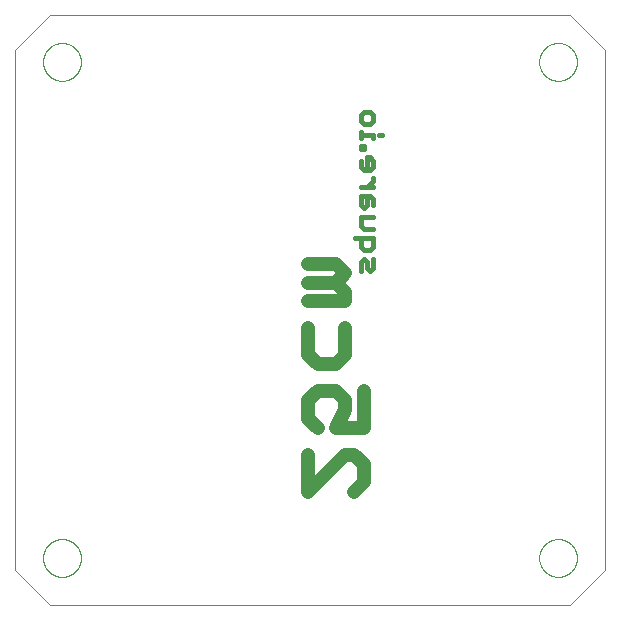
<source format=gbo>
G75*
%MOIN*%
%OFA0B0*%
%FSLAX25Y25*%
%IPPOS*%
%LPD*%
%AMOC8*
5,1,8,0,0,1.08239X$1,22.5*
%
%ADD10C,0.04600*%
%ADD11C,0.01500*%
%ADD12C,0.00000*%
D10*
X0161726Y0093769D02*
X0174003Y0106046D01*
X0177072Y0106046D01*
X0180142Y0102977D01*
X0180142Y0096838D01*
X0177072Y0093769D01*
X0161726Y0093769D02*
X0161726Y0106046D01*
X0164795Y0114947D02*
X0161726Y0118016D01*
X0161726Y0124155D01*
X0164795Y0127224D01*
X0170934Y0127224D01*
X0174003Y0124155D01*
X0174003Y0121086D01*
X0170934Y0114947D01*
X0180142Y0114947D01*
X0180142Y0127224D01*
X0170934Y0136125D02*
X0164795Y0136125D01*
X0161726Y0139194D01*
X0161726Y0148402D01*
X0161726Y0157303D02*
X0174003Y0157303D01*
X0174003Y0160373D01*
X0170934Y0163442D01*
X0174003Y0166511D01*
X0170934Y0169580D01*
X0161726Y0169580D01*
X0161726Y0163442D02*
X0170934Y0163442D01*
X0174003Y0148402D02*
X0174003Y0139194D01*
X0170934Y0136125D01*
D11*
X0179224Y0167233D02*
X0179224Y0170285D01*
X0180242Y0171303D01*
X0181259Y0170285D01*
X0181259Y0168250D01*
X0182277Y0167233D01*
X0183294Y0168250D01*
X0183294Y0171303D01*
X0182277Y0174231D02*
X0180242Y0174231D01*
X0179224Y0175248D01*
X0179224Y0178301D01*
X0177189Y0178301D02*
X0183294Y0178301D01*
X0183294Y0175248D01*
X0182277Y0174231D01*
X0183294Y0181229D02*
X0180242Y0181229D01*
X0179224Y0182246D01*
X0179224Y0185299D01*
X0183294Y0185299D01*
X0183294Y0189244D02*
X0183294Y0191279D01*
X0182277Y0192297D01*
X0179224Y0192297D01*
X0179224Y0189244D01*
X0180242Y0188227D01*
X0181259Y0189244D01*
X0181259Y0192297D01*
X0181259Y0195225D02*
X0183294Y0197260D01*
X0183294Y0198277D01*
X0182277Y0201056D02*
X0183294Y0202074D01*
X0183294Y0204109D01*
X0182277Y0205127D01*
X0181259Y0205127D01*
X0181259Y0201056D01*
X0180242Y0201056D02*
X0182277Y0201056D01*
X0180242Y0201056D02*
X0179224Y0202074D01*
X0179224Y0204109D01*
X0179224Y0208054D02*
X0179224Y0209072D01*
X0180242Y0209072D01*
X0180242Y0208054D01*
X0179224Y0208054D01*
X0179224Y0211553D02*
X0179224Y0213588D01*
X0179224Y0212571D02*
X0183294Y0212571D01*
X0183294Y0211553D01*
X0185329Y0212571D02*
X0186347Y0212571D01*
X0182277Y0216219D02*
X0183294Y0217236D01*
X0183294Y0219271D01*
X0182277Y0220289D01*
X0180242Y0220289D01*
X0179224Y0219271D01*
X0179224Y0217236D01*
X0180242Y0216219D01*
X0182277Y0216219D01*
X0183294Y0195225D02*
X0179224Y0195225D01*
D12*
X0063875Y0067686D02*
X0075686Y0055875D01*
X0248914Y0055875D01*
X0260725Y0067686D01*
X0260725Y0240914D01*
X0248914Y0252725D01*
X0075686Y0252725D01*
X0063875Y0240914D01*
X0063875Y0067686D01*
X0073324Y0071623D02*
X0073326Y0071781D01*
X0073332Y0071939D01*
X0073342Y0072097D01*
X0073356Y0072255D01*
X0073374Y0072412D01*
X0073395Y0072569D01*
X0073421Y0072725D01*
X0073451Y0072881D01*
X0073484Y0073036D01*
X0073522Y0073189D01*
X0073563Y0073342D01*
X0073608Y0073494D01*
X0073657Y0073645D01*
X0073710Y0073794D01*
X0073766Y0073942D01*
X0073826Y0074088D01*
X0073890Y0074233D01*
X0073958Y0074376D01*
X0074029Y0074518D01*
X0074103Y0074658D01*
X0074181Y0074795D01*
X0074263Y0074931D01*
X0074347Y0075065D01*
X0074436Y0075196D01*
X0074527Y0075325D01*
X0074622Y0075452D01*
X0074719Y0075577D01*
X0074820Y0075699D01*
X0074924Y0075818D01*
X0075031Y0075935D01*
X0075141Y0076049D01*
X0075254Y0076160D01*
X0075369Y0076269D01*
X0075487Y0076374D01*
X0075608Y0076476D01*
X0075731Y0076576D01*
X0075857Y0076672D01*
X0075985Y0076765D01*
X0076115Y0076855D01*
X0076248Y0076941D01*
X0076383Y0077025D01*
X0076519Y0077104D01*
X0076658Y0077181D01*
X0076799Y0077253D01*
X0076941Y0077323D01*
X0077085Y0077388D01*
X0077231Y0077450D01*
X0077378Y0077508D01*
X0077527Y0077563D01*
X0077677Y0077614D01*
X0077828Y0077661D01*
X0077980Y0077704D01*
X0078133Y0077743D01*
X0078288Y0077779D01*
X0078443Y0077810D01*
X0078599Y0077838D01*
X0078755Y0077862D01*
X0078912Y0077882D01*
X0079070Y0077898D01*
X0079227Y0077910D01*
X0079386Y0077918D01*
X0079544Y0077922D01*
X0079702Y0077922D01*
X0079860Y0077918D01*
X0080019Y0077910D01*
X0080176Y0077898D01*
X0080334Y0077882D01*
X0080491Y0077862D01*
X0080647Y0077838D01*
X0080803Y0077810D01*
X0080958Y0077779D01*
X0081113Y0077743D01*
X0081266Y0077704D01*
X0081418Y0077661D01*
X0081569Y0077614D01*
X0081719Y0077563D01*
X0081868Y0077508D01*
X0082015Y0077450D01*
X0082161Y0077388D01*
X0082305Y0077323D01*
X0082447Y0077253D01*
X0082588Y0077181D01*
X0082727Y0077104D01*
X0082863Y0077025D01*
X0082998Y0076941D01*
X0083131Y0076855D01*
X0083261Y0076765D01*
X0083389Y0076672D01*
X0083515Y0076576D01*
X0083638Y0076476D01*
X0083759Y0076374D01*
X0083877Y0076269D01*
X0083992Y0076160D01*
X0084105Y0076049D01*
X0084215Y0075935D01*
X0084322Y0075818D01*
X0084426Y0075699D01*
X0084527Y0075577D01*
X0084624Y0075452D01*
X0084719Y0075325D01*
X0084810Y0075196D01*
X0084899Y0075065D01*
X0084983Y0074931D01*
X0085065Y0074795D01*
X0085143Y0074658D01*
X0085217Y0074518D01*
X0085288Y0074376D01*
X0085356Y0074233D01*
X0085420Y0074088D01*
X0085480Y0073942D01*
X0085536Y0073794D01*
X0085589Y0073645D01*
X0085638Y0073494D01*
X0085683Y0073342D01*
X0085724Y0073189D01*
X0085762Y0073036D01*
X0085795Y0072881D01*
X0085825Y0072725D01*
X0085851Y0072569D01*
X0085872Y0072412D01*
X0085890Y0072255D01*
X0085904Y0072097D01*
X0085914Y0071939D01*
X0085920Y0071781D01*
X0085922Y0071623D01*
X0085920Y0071465D01*
X0085914Y0071307D01*
X0085904Y0071149D01*
X0085890Y0070991D01*
X0085872Y0070834D01*
X0085851Y0070677D01*
X0085825Y0070521D01*
X0085795Y0070365D01*
X0085762Y0070210D01*
X0085724Y0070057D01*
X0085683Y0069904D01*
X0085638Y0069752D01*
X0085589Y0069601D01*
X0085536Y0069452D01*
X0085480Y0069304D01*
X0085420Y0069158D01*
X0085356Y0069013D01*
X0085288Y0068870D01*
X0085217Y0068728D01*
X0085143Y0068588D01*
X0085065Y0068451D01*
X0084983Y0068315D01*
X0084899Y0068181D01*
X0084810Y0068050D01*
X0084719Y0067921D01*
X0084624Y0067794D01*
X0084527Y0067669D01*
X0084426Y0067547D01*
X0084322Y0067428D01*
X0084215Y0067311D01*
X0084105Y0067197D01*
X0083992Y0067086D01*
X0083877Y0066977D01*
X0083759Y0066872D01*
X0083638Y0066770D01*
X0083515Y0066670D01*
X0083389Y0066574D01*
X0083261Y0066481D01*
X0083131Y0066391D01*
X0082998Y0066305D01*
X0082863Y0066221D01*
X0082727Y0066142D01*
X0082588Y0066065D01*
X0082447Y0065993D01*
X0082305Y0065923D01*
X0082161Y0065858D01*
X0082015Y0065796D01*
X0081868Y0065738D01*
X0081719Y0065683D01*
X0081569Y0065632D01*
X0081418Y0065585D01*
X0081266Y0065542D01*
X0081113Y0065503D01*
X0080958Y0065467D01*
X0080803Y0065436D01*
X0080647Y0065408D01*
X0080491Y0065384D01*
X0080334Y0065364D01*
X0080176Y0065348D01*
X0080019Y0065336D01*
X0079860Y0065328D01*
X0079702Y0065324D01*
X0079544Y0065324D01*
X0079386Y0065328D01*
X0079227Y0065336D01*
X0079070Y0065348D01*
X0078912Y0065364D01*
X0078755Y0065384D01*
X0078599Y0065408D01*
X0078443Y0065436D01*
X0078288Y0065467D01*
X0078133Y0065503D01*
X0077980Y0065542D01*
X0077828Y0065585D01*
X0077677Y0065632D01*
X0077527Y0065683D01*
X0077378Y0065738D01*
X0077231Y0065796D01*
X0077085Y0065858D01*
X0076941Y0065923D01*
X0076799Y0065993D01*
X0076658Y0066065D01*
X0076519Y0066142D01*
X0076383Y0066221D01*
X0076248Y0066305D01*
X0076115Y0066391D01*
X0075985Y0066481D01*
X0075857Y0066574D01*
X0075731Y0066670D01*
X0075608Y0066770D01*
X0075487Y0066872D01*
X0075369Y0066977D01*
X0075254Y0067086D01*
X0075141Y0067197D01*
X0075031Y0067311D01*
X0074924Y0067428D01*
X0074820Y0067547D01*
X0074719Y0067669D01*
X0074622Y0067794D01*
X0074527Y0067921D01*
X0074436Y0068050D01*
X0074347Y0068181D01*
X0074263Y0068315D01*
X0074181Y0068451D01*
X0074103Y0068588D01*
X0074029Y0068728D01*
X0073958Y0068870D01*
X0073890Y0069013D01*
X0073826Y0069158D01*
X0073766Y0069304D01*
X0073710Y0069452D01*
X0073657Y0069601D01*
X0073608Y0069752D01*
X0073563Y0069904D01*
X0073522Y0070057D01*
X0073484Y0070210D01*
X0073451Y0070365D01*
X0073421Y0070521D01*
X0073395Y0070677D01*
X0073374Y0070834D01*
X0073356Y0070991D01*
X0073342Y0071149D01*
X0073332Y0071307D01*
X0073326Y0071465D01*
X0073324Y0071623D01*
X0238678Y0071623D02*
X0238680Y0071781D01*
X0238686Y0071939D01*
X0238696Y0072097D01*
X0238710Y0072255D01*
X0238728Y0072412D01*
X0238749Y0072569D01*
X0238775Y0072725D01*
X0238805Y0072881D01*
X0238838Y0073036D01*
X0238876Y0073189D01*
X0238917Y0073342D01*
X0238962Y0073494D01*
X0239011Y0073645D01*
X0239064Y0073794D01*
X0239120Y0073942D01*
X0239180Y0074088D01*
X0239244Y0074233D01*
X0239312Y0074376D01*
X0239383Y0074518D01*
X0239457Y0074658D01*
X0239535Y0074795D01*
X0239617Y0074931D01*
X0239701Y0075065D01*
X0239790Y0075196D01*
X0239881Y0075325D01*
X0239976Y0075452D01*
X0240073Y0075577D01*
X0240174Y0075699D01*
X0240278Y0075818D01*
X0240385Y0075935D01*
X0240495Y0076049D01*
X0240608Y0076160D01*
X0240723Y0076269D01*
X0240841Y0076374D01*
X0240962Y0076476D01*
X0241085Y0076576D01*
X0241211Y0076672D01*
X0241339Y0076765D01*
X0241469Y0076855D01*
X0241602Y0076941D01*
X0241737Y0077025D01*
X0241873Y0077104D01*
X0242012Y0077181D01*
X0242153Y0077253D01*
X0242295Y0077323D01*
X0242439Y0077388D01*
X0242585Y0077450D01*
X0242732Y0077508D01*
X0242881Y0077563D01*
X0243031Y0077614D01*
X0243182Y0077661D01*
X0243334Y0077704D01*
X0243487Y0077743D01*
X0243642Y0077779D01*
X0243797Y0077810D01*
X0243953Y0077838D01*
X0244109Y0077862D01*
X0244266Y0077882D01*
X0244424Y0077898D01*
X0244581Y0077910D01*
X0244740Y0077918D01*
X0244898Y0077922D01*
X0245056Y0077922D01*
X0245214Y0077918D01*
X0245373Y0077910D01*
X0245530Y0077898D01*
X0245688Y0077882D01*
X0245845Y0077862D01*
X0246001Y0077838D01*
X0246157Y0077810D01*
X0246312Y0077779D01*
X0246467Y0077743D01*
X0246620Y0077704D01*
X0246772Y0077661D01*
X0246923Y0077614D01*
X0247073Y0077563D01*
X0247222Y0077508D01*
X0247369Y0077450D01*
X0247515Y0077388D01*
X0247659Y0077323D01*
X0247801Y0077253D01*
X0247942Y0077181D01*
X0248081Y0077104D01*
X0248217Y0077025D01*
X0248352Y0076941D01*
X0248485Y0076855D01*
X0248615Y0076765D01*
X0248743Y0076672D01*
X0248869Y0076576D01*
X0248992Y0076476D01*
X0249113Y0076374D01*
X0249231Y0076269D01*
X0249346Y0076160D01*
X0249459Y0076049D01*
X0249569Y0075935D01*
X0249676Y0075818D01*
X0249780Y0075699D01*
X0249881Y0075577D01*
X0249978Y0075452D01*
X0250073Y0075325D01*
X0250164Y0075196D01*
X0250253Y0075065D01*
X0250337Y0074931D01*
X0250419Y0074795D01*
X0250497Y0074658D01*
X0250571Y0074518D01*
X0250642Y0074376D01*
X0250710Y0074233D01*
X0250774Y0074088D01*
X0250834Y0073942D01*
X0250890Y0073794D01*
X0250943Y0073645D01*
X0250992Y0073494D01*
X0251037Y0073342D01*
X0251078Y0073189D01*
X0251116Y0073036D01*
X0251149Y0072881D01*
X0251179Y0072725D01*
X0251205Y0072569D01*
X0251226Y0072412D01*
X0251244Y0072255D01*
X0251258Y0072097D01*
X0251268Y0071939D01*
X0251274Y0071781D01*
X0251276Y0071623D01*
X0251274Y0071465D01*
X0251268Y0071307D01*
X0251258Y0071149D01*
X0251244Y0070991D01*
X0251226Y0070834D01*
X0251205Y0070677D01*
X0251179Y0070521D01*
X0251149Y0070365D01*
X0251116Y0070210D01*
X0251078Y0070057D01*
X0251037Y0069904D01*
X0250992Y0069752D01*
X0250943Y0069601D01*
X0250890Y0069452D01*
X0250834Y0069304D01*
X0250774Y0069158D01*
X0250710Y0069013D01*
X0250642Y0068870D01*
X0250571Y0068728D01*
X0250497Y0068588D01*
X0250419Y0068451D01*
X0250337Y0068315D01*
X0250253Y0068181D01*
X0250164Y0068050D01*
X0250073Y0067921D01*
X0249978Y0067794D01*
X0249881Y0067669D01*
X0249780Y0067547D01*
X0249676Y0067428D01*
X0249569Y0067311D01*
X0249459Y0067197D01*
X0249346Y0067086D01*
X0249231Y0066977D01*
X0249113Y0066872D01*
X0248992Y0066770D01*
X0248869Y0066670D01*
X0248743Y0066574D01*
X0248615Y0066481D01*
X0248485Y0066391D01*
X0248352Y0066305D01*
X0248217Y0066221D01*
X0248081Y0066142D01*
X0247942Y0066065D01*
X0247801Y0065993D01*
X0247659Y0065923D01*
X0247515Y0065858D01*
X0247369Y0065796D01*
X0247222Y0065738D01*
X0247073Y0065683D01*
X0246923Y0065632D01*
X0246772Y0065585D01*
X0246620Y0065542D01*
X0246467Y0065503D01*
X0246312Y0065467D01*
X0246157Y0065436D01*
X0246001Y0065408D01*
X0245845Y0065384D01*
X0245688Y0065364D01*
X0245530Y0065348D01*
X0245373Y0065336D01*
X0245214Y0065328D01*
X0245056Y0065324D01*
X0244898Y0065324D01*
X0244740Y0065328D01*
X0244581Y0065336D01*
X0244424Y0065348D01*
X0244266Y0065364D01*
X0244109Y0065384D01*
X0243953Y0065408D01*
X0243797Y0065436D01*
X0243642Y0065467D01*
X0243487Y0065503D01*
X0243334Y0065542D01*
X0243182Y0065585D01*
X0243031Y0065632D01*
X0242881Y0065683D01*
X0242732Y0065738D01*
X0242585Y0065796D01*
X0242439Y0065858D01*
X0242295Y0065923D01*
X0242153Y0065993D01*
X0242012Y0066065D01*
X0241873Y0066142D01*
X0241737Y0066221D01*
X0241602Y0066305D01*
X0241469Y0066391D01*
X0241339Y0066481D01*
X0241211Y0066574D01*
X0241085Y0066670D01*
X0240962Y0066770D01*
X0240841Y0066872D01*
X0240723Y0066977D01*
X0240608Y0067086D01*
X0240495Y0067197D01*
X0240385Y0067311D01*
X0240278Y0067428D01*
X0240174Y0067547D01*
X0240073Y0067669D01*
X0239976Y0067794D01*
X0239881Y0067921D01*
X0239790Y0068050D01*
X0239701Y0068181D01*
X0239617Y0068315D01*
X0239535Y0068451D01*
X0239457Y0068588D01*
X0239383Y0068728D01*
X0239312Y0068870D01*
X0239244Y0069013D01*
X0239180Y0069158D01*
X0239120Y0069304D01*
X0239064Y0069452D01*
X0239011Y0069601D01*
X0238962Y0069752D01*
X0238917Y0069904D01*
X0238876Y0070057D01*
X0238838Y0070210D01*
X0238805Y0070365D01*
X0238775Y0070521D01*
X0238749Y0070677D01*
X0238728Y0070834D01*
X0238710Y0070991D01*
X0238696Y0071149D01*
X0238686Y0071307D01*
X0238680Y0071465D01*
X0238678Y0071623D01*
X0238678Y0236977D02*
X0238680Y0237135D01*
X0238686Y0237293D01*
X0238696Y0237451D01*
X0238710Y0237609D01*
X0238728Y0237766D01*
X0238749Y0237923D01*
X0238775Y0238079D01*
X0238805Y0238235D01*
X0238838Y0238390D01*
X0238876Y0238543D01*
X0238917Y0238696D01*
X0238962Y0238848D01*
X0239011Y0238999D01*
X0239064Y0239148D01*
X0239120Y0239296D01*
X0239180Y0239442D01*
X0239244Y0239587D01*
X0239312Y0239730D01*
X0239383Y0239872D01*
X0239457Y0240012D01*
X0239535Y0240149D01*
X0239617Y0240285D01*
X0239701Y0240419D01*
X0239790Y0240550D01*
X0239881Y0240679D01*
X0239976Y0240806D01*
X0240073Y0240931D01*
X0240174Y0241053D01*
X0240278Y0241172D01*
X0240385Y0241289D01*
X0240495Y0241403D01*
X0240608Y0241514D01*
X0240723Y0241623D01*
X0240841Y0241728D01*
X0240962Y0241830D01*
X0241085Y0241930D01*
X0241211Y0242026D01*
X0241339Y0242119D01*
X0241469Y0242209D01*
X0241602Y0242295D01*
X0241737Y0242379D01*
X0241873Y0242458D01*
X0242012Y0242535D01*
X0242153Y0242607D01*
X0242295Y0242677D01*
X0242439Y0242742D01*
X0242585Y0242804D01*
X0242732Y0242862D01*
X0242881Y0242917D01*
X0243031Y0242968D01*
X0243182Y0243015D01*
X0243334Y0243058D01*
X0243487Y0243097D01*
X0243642Y0243133D01*
X0243797Y0243164D01*
X0243953Y0243192D01*
X0244109Y0243216D01*
X0244266Y0243236D01*
X0244424Y0243252D01*
X0244581Y0243264D01*
X0244740Y0243272D01*
X0244898Y0243276D01*
X0245056Y0243276D01*
X0245214Y0243272D01*
X0245373Y0243264D01*
X0245530Y0243252D01*
X0245688Y0243236D01*
X0245845Y0243216D01*
X0246001Y0243192D01*
X0246157Y0243164D01*
X0246312Y0243133D01*
X0246467Y0243097D01*
X0246620Y0243058D01*
X0246772Y0243015D01*
X0246923Y0242968D01*
X0247073Y0242917D01*
X0247222Y0242862D01*
X0247369Y0242804D01*
X0247515Y0242742D01*
X0247659Y0242677D01*
X0247801Y0242607D01*
X0247942Y0242535D01*
X0248081Y0242458D01*
X0248217Y0242379D01*
X0248352Y0242295D01*
X0248485Y0242209D01*
X0248615Y0242119D01*
X0248743Y0242026D01*
X0248869Y0241930D01*
X0248992Y0241830D01*
X0249113Y0241728D01*
X0249231Y0241623D01*
X0249346Y0241514D01*
X0249459Y0241403D01*
X0249569Y0241289D01*
X0249676Y0241172D01*
X0249780Y0241053D01*
X0249881Y0240931D01*
X0249978Y0240806D01*
X0250073Y0240679D01*
X0250164Y0240550D01*
X0250253Y0240419D01*
X0250337Y0240285D01*
X0250419Y0240149D01*
X0250497Y0240012D01*
X0250571Y0239872D01*
X0250642Y0239730D01*
X0250710Y0239587D01*
X0250774Y0239442D01*
X0250834Y0239296D01*
X0250890Y0239148D01*
X0250943Y0238999D01*
X0250992Y0238848D01*
X0251037Y0238696D01*
X0251078Y0238543D01*
X0251116Y0238390D01*
X0251149Y0238235D01*
X0251179Y0238079D01*
X0251205Y0237923D01*
X0251226Y0237766D01*
X0251244Y0237609D01*
X0251258Y0237451D01*
X0251268Y0237293D01*
X0251274Y0237135D01*
X0251276Y0236977D01*
X0251274Y0236819D01*
X0251268Y0236661D01*
X0251258Y0236503D01*
X0251244Y0236345D01*
X0251226Y0236188D01*
X0251205Y0236031D01*
X0251179Y0235875D01*
X0251149Y0235719D01*
X0251116Y0235564D01*
X0251078Y0235411D01*
X0251037Y0235258D01*
X0250992Y0235106D01*
X0250943Y0234955D01*
X0250890Y0234806D01*
X0250834Y0234658D01*
X0250774Y0234512D01*
X0250710Y0234367D01*
X0250642Y0234224D01*
X0250571Y0234082D01*
X0250497Y0233942D01*
X0250419Y0233805D01*
X0250337Y0233669D01*
X0250253Y0233535D01*
X0250164Y0233404D01*
X0250073Y0233275D01*
X0249978Y0233148D01*
X0249881Y0233023D01*
X0249780Y0232901D01*
X0249676Y0232782D01*
X0249569Y0232665D01*
X0249459Y0232551D01*
X0249346Y0232440D01*
X0249231Y0232331D01*
X0249113Y0232226D01*
X0248992Y0232124D01*
X0248869Y0232024D01*
X0248743Y0231928D01*
X0248615Y0231835D01*
X0248485Y0231745D01*
X0248352Y0231659D01*
X0248217Y0231575D01*
X0248081Y0231496D01*
X0247942Y0231419D01*
X0247801Y0231347D01*
X0247659Y0231277D01*
X0247515Y0231212D01*
X0247369Y0231150D01*
X0247222Y0231092D01*
X0247073Y0231037D01*
X0246923Y0230986D01*
X0246772Y0230939D01*
X0246620Y0230896D01*
X0246467Y0230857D01*
X0246312Y0230821D01*
X0246157Y0230790D01*
X0246001Y0230762D01*
X0245845Y0230738D01*
X0245688Y0230718D01*
X0245530Y0230702D01*
X0245373Y0230690D01*
X0245214Y0230682D01*
X0245056Y0230678D01*
X0244898Y0230678D01*
X0244740Y0230682D01*
X0244581Y0230690D01*
X0244424Y0230702D01*
X0244266Y0230718D01*
X0244109Y0230738D01*
X0243953Y0230762D01*
X0243797Y0230790D01*
X0243642Y0230821D01*
X0243487Y0230857D01*
X0243334Y0230896D01*
X0243182Y0230939D01*
X0243031Y0230986D01*
X0242881Y0231037D01*
X0242732Y0231092D01*
X0242585Y0231150D01*
X0242439Y0231212D01*
X0242295Y0231277D01*
X0242153Y0231347D01*
X0242012Y0231419D01*
X0241873Y0231496D01*
X0241737Y0231575D01*
X0241602Y0231659D01*
X0241469Y0231745D01*
X0241339Y0231835D01*
X0241211Y0231928D01*
X0241085Y0232024D01*
X0240962Y0232124D01*
X0240841Y0232226D01*
X0240723Y0232331D01*
X0240608Y0232440D01*
X0240495Y0232551D01*
X0240385Y0232665D01*
X0240278Y0232782D01*
X0240174Y0232901D01*
X0240073Y0233023D01*
X0239976Y0233148D01*
X0239881Y0233275D01*
X0239790Y0233404D01*
X0239701Y0233535D01*
X0239617Y0233669D01*
X0239535Y0233805D01*
X0239457Y0233942D01*
X0239383Y0234082D01*
X0239312Y0234224D01*
X0239244Y0234367D01*
X0239180Y0234512D01*
X0239120Y0234658D01*
X0239064Y0234806D01*
X0239011Y0234955D01*
X0238962Y0235106D01*
X0238917Y0235258D01*
X0238876Y0235411D01*
X0238838Y0235564D01*
X0238805Y0235719D01*
X0238775Y0235875D01*
X0238749Y0236031D01*
X0238728Y0236188D01*
X0238710Y0236345D01*
X0238696Y0236503D01*
X0238686Y0236661D01*
X0238680Y0236819D01*
X0238678Y0236977D01*
X0073324Y0236977D02*
X0073326Y0237135D01*
X0073332Y0237293D01*
X0073342Y0237451D01*
X0073356Y0237609D01*
X0073374Y0237766D01*
X0073395Y0237923D01*
X0073421Y0238079D01*
X0073451Y0238235D01*
X0073484Y0238390D01*
X0073522Y0238543D01*
X0073563Y0238696D01*
X0073608Y0238848D01*
X0073657Y0238999D01*
X0073710Y0239148D01*
X0073766Y0239296D01*
X0073826Y0239442D01*
X0073890Y0239587D01*
X0073958Y0239730D01*
X0074029Y0239872D01*
X0074103Y0240012D01*
X0074181Y0240149D01*
X0074263Y0240285D01*
X0074347Y0240419D01*
X0074436Y0240550D01*
X0074527Y0240679D01*
X0074622Y0240806D01*
X0074719Y0240931D01*
X0074820Y0241053D01*
X0074924Y0241172D01*
X0075031Y0241289D01*
X0075141Y0241403D01*
X0075254Y0241514D01*
X0075369Y0241623D01*
X0075487Y0241728D01*
X0075608Y0241830D01*
X0075731Y0241930D01*
X0075857Y0242026D01*
X0075985Y0242119D01*
X0076115Y0242209D01*
X0076248Y0242295D01*
X0076383Y0242379D01*
X0076519Y0242458D01*
X0076658Y0242535D01*
X0076799Y0242607D01*
X0076941Y0242677D01*
X0077085Y0242742D01*
X0077231Y0242804D01*
X0077378Y0242862D01*
X0077527Y0242917D01*
X0077677Y0242968D01*
X0077828Y0243015D01*
X0077980Y0243058D01*
X0078133Y0243097D01*
X0078288Y0243133D01*
X0078443Y0243164D01*
X0078599Y0243192D01*
X0078755Y0243216D01*
X0078912Y0243236D01*
X0079070Y0243252D01*
X0079227Y0243264D01*
X0079386Y0243272D01*
X0079544Y0243276D01*
X0079702Y0243276D01*
X0079860Y0243272D01*
X0080019Y0243264D01*
X0080176Y0243252D01*
X0080334Y0243236D01*
X0080491Y0243216D01*
X0080647Y0243192D01*
X0080803Y0243164D01*
X0080958Y0243133D01*
X0081113Y0243097D01*
X0081266Y0243058D01*
X0081418Y0243015D01*
X0081569Y0242968D01*
X0081719Y0242917D01*
X0081868Y0242862D01*
X0082015Y0242804D01*
X0082161Y0242742D01*
X0082305Y0242677D01*
X0082447Y0242607D01*
X0082588Y0242535D01*
X0082727Y0242458D01*
X0082863Y0242379D01*
X0082998Y0242295D01*
X0083131Y0242209D01*
X0083261Y0242119D01*
X0083389Y0242026D01*
X0083515Y0241930D01*
X0083638Y0241830D01*
X0083759Y0241728D01*
X0083877Y0241623D01*
X0083992Y0241514D01*
X0084105Y0241403D01*
X0084215Y0241289D01*
X0084322Y0241172D01*
X0084426Y0241053D01*
X0084527Y0240931D01*
X0084624Y0240806D01*
X0084719Y0240679D01*
X0084810Y0240550D01*
X0084899Y0240419D01*
X0084983Y0240285D01*
X0085065Y0240149D01*
X0085143Y0240012D01*
X0085217Y0239872D01*
X0085288Y0239730D01*
X0085356Y0239587D01*
X0085420Y0239442D01*
X0085480Y0239296D01*
X0085536Y0239148D01*
X0085589Y0238999D01*
X0085638Y0238848D01*
X0085683Y0238696D01*
X0085724Y0238543D01*
X0085762Y0238390D01*
X0085795Y0238235D01*
X0085825Y0238079D01*
X0085851Y0237923D01*
X0085872Y0237766D01*
X0085890Y0237609D01*
X0085904Y0237451D01*
X0085914Y0237293D01*
X0085920Y0237135D01*
X0085922Y0236977D01*
X0085920Y0236819D01*
X0085914Y0236661D01*
X0085904Y0236503D01*
X0085890Y0236345D01*
X0085872Y0236188D01*
X0085851Y0236031D01*
X0085825Y0235875D01*
X0085795Y0235719D01*
X0085762Y0235564D01*
X0085724Y0235411D01*
X0085683Y0235258D01*
X0085638Y0235106D01*
X0085589Y0234955D01*
X0085536Y0234806D01*
X0085480Y0234658D01*
X0085420Y0234512D01*
X0085356Y0234367D01*
X0085288Y0234224D01*
X0085217Y0234082D01*
X0085143Y0233942D01*
X0085065Y0233805D01*
X0084983Y0233669D01*
X0084899Y0233535D01*
X0084810Y0233404D01*
X0084719Y0233275D01*
X0084624Y0233148D01*
X0084527Y0233023D01*
X0084426Y0232901D01*
X0084322Y0232782D01*
X0084215Y0232665D01*
X0084105Y0232551D01*
X0083992Y0232440D01*
X0083877Y0232331D01*
X0083759Y0232226D01*
X0083638Y0232124D01*
X0083515Y0232024D01*
X0083389Y0231928D01*
X0083261Y0231835D01*
X0083131Y0231745D01*
X0082998Y0231659D01*
X0082863Y0231575D01*
X0082727Y0231496D01*
X0082588Y0231419D01*
X0082447Y0231347D01*
X0082305Y0231277D01*
X0082161Y0231212D01*
X0082015Y0231150D01*
X0081868Y0231092D01*
X0081719Y0231037D01*
X0081569Y0230986D01*
X0081418Y0230939D01*
X0081266Y0230896D01*
X0081113Y0230857D01*
X0080958Y0230821D01*
X0080803Y0230790D01*
X0080647Y0230762D01*
X0080491Y0230738D01*
X0080334Y0230718D01*
X0080176Y0230702D01*
X0080019Y0230690D01*
X0079860Y0230682D01*
X0079702Y0230678D01*
X0079544Y0230678D01*
X0079386Y0230682D01*
X0079227Y0230690D01*
X0079070Y0230702D01*
X0078912Y0230718D01*
X0078755Y0230738D01*
X0078599Y0230762D01*
X0078443Y0230790D01*
X0078288Y0230821D01*
X0078133Y0230857D01*
X0077980Y0230896D01*
X0077828Y0230939D01*
X0077677Y0230986D01*
X0077527Y0231037D01*
X0077378Y0231092D01*
X0077231Y0231150D01*
X0077085Y0231212D01*
X0076941Y0231277D01*
X0076799Y0231347D01*
X0076658Y0231419D01*
X0076519Y0231496D01*
X0076383Y0231575D01*
X0076248Y0231659D01*
X0076115Y0231745D01*
X0075985Y0231835D01*
X0075857Y0231928D01*
X0075731Y0232024D01*
X0075608Y0232124D01*
X0075487Y0232226D01*
X0075369Y0232331D01*
X0075254Y0232440D01*
X0075141Y0232551D01*
X0075031Y0232665D01*
X0074924Y0232782D01*
X0074820Y0232901D01*
X0074719Y0233023D01*
X0074622Y0233148D01*
X0074527Y0233275D01*
X0074436Y0233404D01*
X0074347Y0233535D01*
X0074263Y0233669D01*
X0074181Y0233805D01*
X0074103Y0233942D01*
X0074029Y0234082D01*
X0073958Y0234224D01*
X0073890Y0234367D01*
X0073826Y0234512D01*
X0073766Y0234658D01*
X0073710Y0234806D01*
X0073657Y0234955D01*
X0073608Y0235106D01*
X0073563Y0235258D01*
X0073522Y0235411D01*
X0073484Y0235564D01*
X0073451Y0235719D01*
X0073421Y0235875D01*
X0073395Y0236031D01*
X0073374Y0236188D01*
X0073356Y0236345D01*
X0073342Y0236503D01*
X0073332Y0236661D01*
X0073326Y0236819D01*
X0073324Y0236977D01*
M02*

</source>
